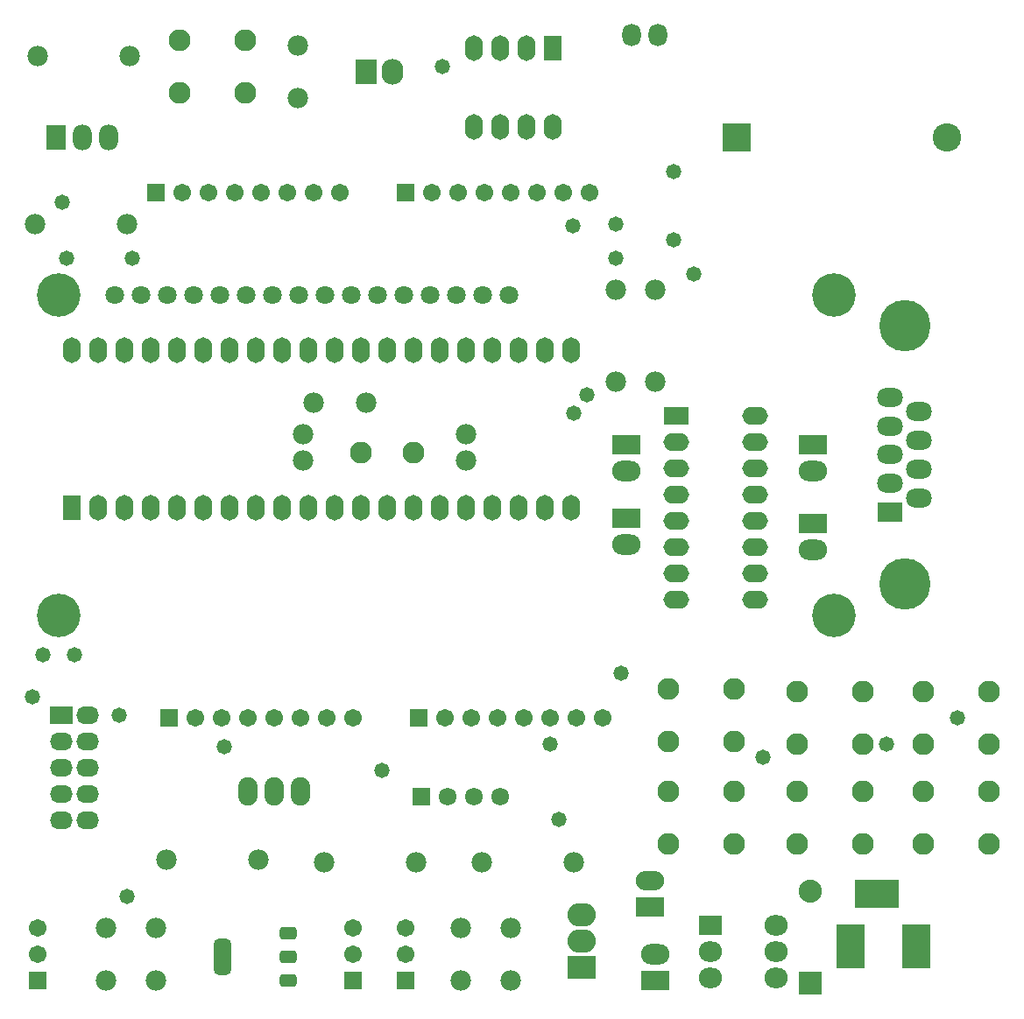
<source format=gts>
G04 Layer_Color=65280*
%FSTAX44Y44*%
%MOMM*%
G71*
G01*
G75*
G04:AMPARAMS|DCode=64|XSize=1.2032mm|YSize=1.7032mm|CornerRadius=0.3516mm|HoleSize=0mm|Usage=FLASHONLY|Rotation=270.000|XOffset=0mm|YOffset=0mm|HoleType=Round|Shape=RoundedRectangle|*
%AMROUNDEDRECTD64*
21,1,1.2032,1.0000,0,0,270.0*
21,1,0.5000,1.7032,0,0,270.0*
1,1,0.7032,-0.5000,-0.2500*
1,1,0.7032,-0.5000,0.2500*
1,1,0.7032,0.5000,0.2500*
1,1,0.7032,0.5000,-0.2500*
%
%ADD64ROUNDEDRECTD64*%
G04:AMPARAMS|DCode=65|XSize=3.4832mm|YSize=1.7032mm|CornerRadius=0.4766mm|HoleSize=0mm|Usage=FLASHONLY|Rotation=270.000|XOffset=0mm|YOffset=0mm|HoleType=Round|Shape=RoundedRectangle|*
%AMROUNDEDRECTD65*
21,1,3.4832,0.7500,0,0,270.0*
21,1,2.5300,1.7032,0,0,270.0*
1,1,0.9532,-0.3750,-1.2650*
1,1,0.9532,-0.3750,1.2650*
1,1,0.9532,0.3750,1.2650*
1,1,0.9532,0.3750,-1.2650*
%
%ADD65ROUNDEDRECTD65*%
%ADD66C,2.1082*%
%ADD67C,1.9812*%
%ADD68C,1.7032*%
%ADD69R,1.7032X1.7032*%
%ADD70O,2.7432X1.9812*%
%ADD71R,2.7432X1.9812*%
%ADD72R,2.2352X2.2352*%
%ADD73C,2.2352*%
%ADD74C,1.8000*%
%ADD75C,4.2032*%
%ADD76O,2.2352X1.9812*%
%ADD77R,2.2352X1.9812*%
%ADD78O,2.1082X2.4892*%
%ADD79R,2.1082X2.4892*%
%ADD80C,2.7432*%
%ADD81R,2.7432X2.7432*%
%ADD82R,1.8542X2.4892*%
%ADD83O,1.8542X2.4892*%
%ADD84O,2.7432X2.2352*%
%ADD85R,2.7432X2.2352*%
%ADD86O,2.7432X1.8542*%
%ADD87R,2.7432X1.8542*%
%ADD88O,2.4892X1.8542*%
%ADD89C,4.9632*%
%ADD90R,2.4892X1.8542*%
%ADD91O,2.2032X1.7032*%
%ADD92R,2.2032X1.7032*%
%ADD93R,1.7032X1.7032*%
%ADD94O,1.8032X2.2032*%
%ADD95O,1.7272X2.4892*%
%ADD96R,1.7272X2.4892*%
%ADD97R,1.7232X1.7232*%
%ADD98C,1.7232*%
%ADD99O,1.8796X2.7432*%
%ADD100O,2.4892X1.7272*%
%ADD101R,2.4892X1.7272*%
%ADD102R,4.2672X2.7432*%
%ADD103R,2.7432X4.2672*%
%ADD104C,1.4732*%
D64*
X0054712Y0029196D02*
D03*
Y0031496D02*
D03*
Y0033796D02*
D03*
D65*
X0048412Y0031496D02*
D03*
D66*
X0116078Y0042418D02*
D03*
X0122428Y0047498D02*
D03*
Y0042418D02*
D03*
X0116078Y0047498D02*
D03*
X009144Y0042418D02*
D03*
X009779Y0047498D02*
D03*
Y0042418D02*
D03*
X009144Y0047498D02*
D03*
X0103886Y0042418D02*
D03*
X0110236Y0047498D02*
D03*
Y0042418D02*
D03*
X0103886Y0047498D02*
D03*
X009144Y0052324D02*
D03*
X009779Y0057404D02*
D03*
Y0052324D02*
D03*
X009144Y0057404D02*
D03*
X0116078Y005207D02*
D03*
X0122428Y005715D02*
D03*
Y005207D02*
D03*
X0116078Y005715D02*
D03*
X0103886Y005207D02*
D03*
X0110236Y005715D02*
D03*
Y005207D02*
D03*
X0103886Y005715D02*
D03*
X0066802Y0080264D02*
D03*
X0061722D02*
D03*
X0044196Y0115062D02*
D03*
X0050546Y0120142D02*
D03*
Y0115062D02*
D03*
X0044196Y0120142D02*
D03*
D67*
X0058166Y004064D02*
D03*
X0067056D02*
D03*
X0042926Y0040894D02*
D03*
X0051816D02*
D03*
X0073406Y004064D02*
D03*
X0082296D02*
D03*
X004191Y002921D02*
D03*
Y003429D02*
D03*
X0037084Y002921D02*
D03*
Y003429D02*
D03*
X00762Y002921D02*
D03*
Y003429D02*
D03*
X0071374Y002921D02*
D03*
Y003429D02*
D03*
X008636Y0096012D02*
D03*
Y0087122D02*
D03*
X009017Y0096012D02*
D03*
Y0087122D02*
D03*
X0030226Y0102362D02*
D03*
X0039116D02*
D03*
X0056134Y0079502D02*
D03*
Y0082042D02*
D03*
X0071882Y0079502D02*
D03*
Y0082042D02*
D03*
X005715Y008509D02*
D03*
X006223D02*
D03*
X0055626Y0119634D02*
D03*
Y0114554D02*
D03*
X003937Y0118618D02*
D03*
X003048D02*
D03*
D68*
X006096Y005461D02*
D03*
X005842D02*
D03*
X005588D02*
D03*
X005334D02*
D03*
X00508D02*
D03*
X004826D02*
D03*
X004572D02*
D03*
X008509D02*
D03*
X008255D02*
D03*
X008001D02*
D03*
X007747D02*
D03*
X007493D02*
D03*
X007239D02*
D03*
X006985D02*
D03*
X005969Y010541D02*
D03*
X005715D02*
D03*
X005461D02*
D03*
X005207D02*
D03*
X004953D02*
D03*
X004699D02*
D03*
X004445D02*
D03*
X008382D02*
D03*
X008128D02*
D03*
X007874D02*
D03*
X00762D02*
D03*
X007366D02*
D03*
X007112D02*
D03*
X006858D02*
D03*
X003048Y003429D02*
D03*
Y003175D02*
D03*
X006096Y003429D02*
D03*
Y003175D02*
D03*
X006604Y003429D02*
D03*
Y003175D02*
D03*
D69*
X004318Y005461D02*
D03*
X006731D02*
D03*
X004191Y010541D02*
D03*
X006604D02*
D03*
D70*
X010541Y0070866D02*
D03*
Y0078486D02*
D03*
X0087376D02*
D03*
Y0071374D02*
D03*
X009017Y003175D02*
D03*
D71*
X010541Y0073406D02*
D03*
Y0081026D02*
D03*
X0087376D02*
D03*
Y0073914D02*
D03*
X009017Y002921D02*
D03*
D72*
X0105156Y0028956D02*
D03*
D73*
Y0037846D02*
D03*
D74*
X0060872Y0095516D02*
D03*
X0058332D02*
D03*
X0055792D02*
D03*
X0053252D02*
D03*
X0050712D02*
D03*
X0048172D02*
D03*
X0045632D02*
D03*
X0043092D02*
D03*
X0040552D02*
D03*
X0038012D02*
D03*
X0063412D02*
D03*
X0065952D02*
D03*
X0068492D02*
D03*
X0071032D02*
D03*
X0073572D02*
D03*
X0076112D02*
D03*
D75*
X0032512Y0064516D02*
D03*
X0107512D02*
D03*
X0032512Y0095516D02*
D03*
X0107512D02*
D03*
D76*
X0101854Y0034544D02*
D03*
Y0032004D02*
D03*
Y0029464D02*
D03*
X0095504D02*
D03*
Y0032004D02*
D03*
D77*
Y0034544D02*
D03*
D78*
X006477Y0117094D02*
D03*
D79*
X006223D02*
D03*
D80*
X0118364Y0110744D02*
D03*
D81*
X0098044D02*
D03*
D82*
X0032258D02*
D03*
D83*
X0034798D02*
D03*
X0037338D02*
D03*
D84*
X0083058Y003556D02*
D03*
Y003302D02*
D03*
D85*
Y003048D02*
D03*
D86*
X0089662Y0038862D02*
D03*
D87*
Y0036322D02*
D03*
D88*
X011572Y0078674D02*
D03*
Y0084214D02*
D03*
X011288Y0082829D02*
D03*
X011572Y0081444D02*
D03*
X011288Y0080059D02*
D03*
Y0077289D02*
D03*
X011572Y0075904D02*
D03*
X011288Y0085599D02*
D03*
D89*
X01143Y0067564D02*
D03*
Y0092554D02*
D03*
D90*
X011288Y0074519D02*
D03*
D91*
X0035306Y0044704D02*
D03*
Y0047244D02*
D03*
Y0049784D02*
D03*
Y0052324D02*
D03*
Y0054864D02*
D03*
X0032766Y0052324D02*
D03*
Y0049784D02*
D03*
Y0047244D02*
D03*
Y0044704D02*
D03*
D92*
Y0054864D02*
D03*
D93*
X003048Y002921D02*
D03*
X006096D02*
D03*
X006604D02*
D03*
D94*
X0087884Y012065D02*
D03*
X0090424D02*
D03*
D95*
X0072644Y011176D02*
D03*
X0075184D02*
D03*
X0077724D02*
D03*
X0080264D02*
D03*
X0072644Y011938D02*
D03*
X0075184D02*
D03*
X0077724D02*
D03*
X0082042Y009017D02*
D03*
X0079502D02*
D03*
X0076962D02*
D03*
X0074422D02*
D03*
X0071882D02*
D03*
X0069342D02*
D03*
X0066802D02*
D03*
X0064262D02*
D03*
X0061722D02*
D03*
X0059182D02*
D03*
X0056642D02*
D03*
X0054102D02*
D03*
X0051562D02*
D03*
X0049022D02*
D03*
X0046482D02*
D03*
X0043942D02*
D03*
X0041402D02*
D03*
X0038862D02*
D03*
X0036322D02*
D03*
X0033782D02*
D03*
X0082042Y007493D02*
D03*
X0079502D02*
D03*
X0076962D02*
D03*
X0074422D02*
D03*
X0071882D02*
D03*
X0069342D02*
D03*
X0066802D02*
D03*
X0064262D02*
D03*
X0061722D02*
D03*
X0059182D02*
D03*
X0056642D02*
D03*
X0054102D02*
D03*
X0051562D02*
D03*
X0049022D02*
D03*
X0046482D02*
D03*
X0043942D02*
D03*
X0041402D02*
D03*
X0038862D02*
D03*
X0036322D02*
D03*
D96*
X0080264Y011938D02*
D03*
X0033782Y007493D02*
D03*
D97*
X0067564Y004699D02*
D03*
D98*
X0070104D02*
D03*
X0072644D02*
D03*
X0075184D02*
D03*
D99*
X00508Y0047498D02*
D03*
X005334D02*
D03*
X005588D02*
D03*
D100*
X0099822Y006604D02*
D03*
Y006858D02*
D03*
Y007112D02*
D03*
Y007366D02*
D03*
Y00762D02*
D03*
Y007874D02*
D03*
Y008128D02*
D03*
Y008382D02*
D03*
X0092202Y006604D02*
D03*
Y006858D02*
D03*
Y007112D02*
D03*
Y007366D02*
D03*
Y00762D02*
D03*
Y007874D02*
D03*
Y008128D02*
D03*
D101*
Y008382D02*
D03*
D102*
X0111633Y0037592D02*
D03*
D103*
X0115443Y0032512D02*
D03*
X0109093D02*
D03*
D104*
X0091948Y0100838D02*
D03*
X00328676Y01044956D02*
D03*
X0034036Y0060706D02*
D03*
X0029972Y0056642D02*
D03*
X011938Y005461D02*
D03*
X0100584Y00508D02*
D03*
X008001Y005207D02*
D03*
X00822706Y0102235D02*
D03*
X0083566Y0085852D02*
D03*
X0048514Y0051816D02*
D03*
X0039116Y0037338D02*
D03*
X00939292Y00975106D02*
D03*
X008636Y0102362D02*
D03*
X0039624Y009906D02*
D03*
X0030988Y0060706D02*
D03*
X0063754Y004953D02*
D03*
X0080899Y0044831D02*
D03*
X0091948Y0107442D02*
D03*
X0086868Y0058928D02*
D03*
X0082296Y0084074D02*
D03*
X0038354Y0054864D02*
D03*
X008636Y009906D02*
D03*
X0033274D02*
D03*
X0112522Y005207D02*
D03*
X0069596Y0117602D02*
D03*
M02*

</source>
